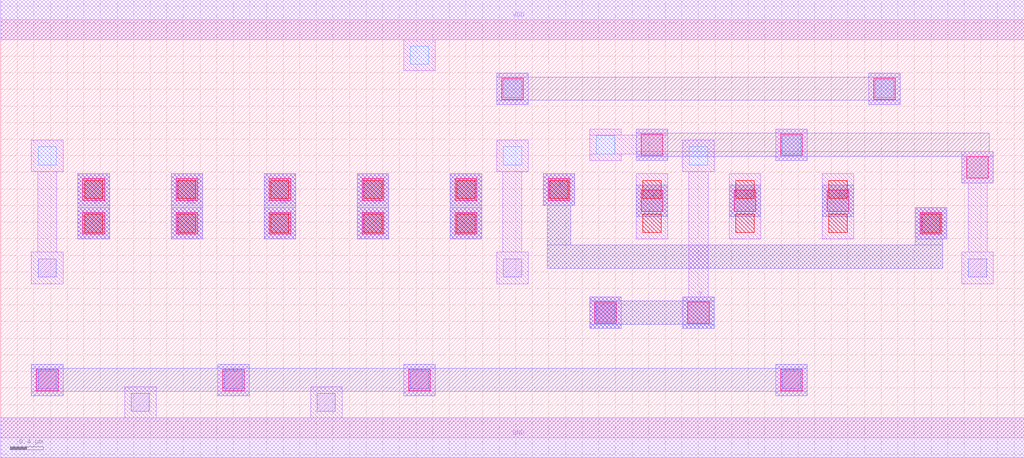
<source format=lef>
MACRO AAOOAI2214
 CLASS CORE ;
 FOREIGN AAOOAI2214 0 0 ;
 SIZE 12.32 BY 5.04 ;
 ORIGIN 0 0 ;
 SYMMETRY X Y R90 ;
 SITE unit ;
  PIN VDD
   DIRECTION INOUT ;
   USE POWER ;
   SHAPE ABUTMENT ;
    PORT
     CLASS CORE ;
       LAYER met1 ;
        RECT 0.00000000 4.80000000 12.32000000 5.28000000 ;
    END
  END VDD

  PIN GND
   DIRECTION INOUT ;
   USE POWER ;
   SHAPE ABUTMENT ;
    PORT
     CLASS CORE ;
       LAYER met1 ;
        RECT 0.00000000 -0.24000000 12.32000000 0.24000000 ;
    END
  END GND

  PIN Y
   DIRECTION INOUT ;
   USE SIGNAL ;
   SHAPE ABUTMENT ;
    PORT
     CLASS CORE ;
       LAYER met2 ;
        RECT 7.09000000 1.31700000 7.47000000 1.36700000 ;
        RECT 8.21000000 1.31700000 8.59000000 1.36700000 ;
        RECT 7.09000000 1.36700000 8.59000000 1.64700000 ;
        RECT 7.09000000 1.64700000 7.47000000 1.69700000 ;
        RECT 8.21000000 1.64700000 8.59000000 1.69700000 ;
    END
  END Y

  PIN A
   DIRECTION INOUT ;
   USE SIGNAL ;
   SHAPE ABUTMENT ;
    PORT
     CLASS CORE ;
       LAYER met2 ;
        RECT 7.65000000 2.66700000 8.03000000 3.04700000 ;
    END
  END A

  PIN D2
   DIRECTION INOUT ;
   USE SIGNAL ;
   SHAPE ABUTMENT ;
    PORT
     CLASS CORE ;
       LAYER met2 ;
        RECT 3.17000000 2.39700000 3.55000000 3.18200000 ;
    END
  END D2

  PIN C
   DIRECTION INOUT ;
   USE SIGNAL ;
   SHAPE ABUTMENT ;
    PORT
     CLASS CORE ;
       LAYER met2 ;
        RECT 5.41000000 2.39700000 5.79000000 3.18200000 ;
    END
  END C

  PIN B1
   DIRECTION INOUT ;
   USE SIGNAL ;
   SHAPE ABUTMENT ;
    PORT
     CLASS CORE ;
       LAYER met2 ;
        RECT 9.89000000 2.66700000 10.27000000 3.04700000 ;
    END
  END B1

  PIN B
   DIRECTION INOUT ;
   USE SIGNAL ;
   SHAPE ABUTMENT ;
    PORT
     CLASS CORE ;
       LAYER met2 ;
        RECT 6.58000000 2.04200000 11.34000000 2.32200000 ;
        RECT 11.01000000 2.32200000 11.34000000 2.39700000 ;
        RECT 11.01000000 2.39700000 11.39000000 2.77700000 ;
        RECT 6.58000000 2.32200000 6.86000000 2.80200000 ;
        RECT 6.53000000 2.80200000 6.91000000 3.18200000 ;
    END
  END B

  PIN D
   DIRECTION INOUT ;
   USE SIGNAL ;
   SHAPE ABUTMENT ;
    PORT
     CLASS CORE ;
       LAYER met2 ;
        RECT 0.93000000 2.39700000 1.31000000 3.18200000 ;
    END
  END D

  PIN D3
   DIRECTION INOUT ;
   USE SIGNAL ;
   SHAPE ABUTMENT ;
    PORT
     CLASS CORE ;
       LAYER met2 ;
        RECT 4.29000000 2.39700000 4.67000000 3.18200000 ;
    END
  END D3

  PIN A1
   DIRECTION INOUT ;
   USE SIGNAL ;
   SHAPE ABUTMENT ;
    PORT
     CLASS CORE ;
       LAYER met2 ;
        RECT 8.77000000 2.66700000 9.15000000 3.04700000 ;
    END
  END A1

  PIN D1
   DIRECTION INOUT ;
   USE SIGNAL ;
   SHAPE ABUTMENT ;
    PORT
     CLASS CORE ;
       LAYER met2 ;
        RECT 2.05000000 2.39700000 2.43000000 3.18200000 ;
    END
  END D1

 OBS
    LAYER polycont ;
     RECT 1.01000000 2.47700000 1.23000000 2.69700000 ;
     RECT 2.13000000 2.47700000 2.35000000 2.69700000 ;
     RECT 3.25000000 2.47700000 3.47000000 2.69700000 ;
     RECT 4.37000000 2.47700000 4.59000000 2.69700000 ;
     RECT 5.49000000 2.47700000 5.71000000 2.69700000 ;
     RECT 7.73000000 2.47700000 7.95000000 2.69700000 ;
     RECT 8.85000000 2.47700000 9.07000000 2.69700000 ;
     RECT 9.97000000 2.47700000 10.19000000 2.69700000 ;
     RECT 11.09000000 2.47700000 11.31000000 2.69700000 ;
     RECT 1.01000000 2.88200000 1.23000000 3.10200000 ;
     RECT 2.13000000 2.88200000 2.35000000 3.10200000 ;
     RECT 3.25000000 2.88200000 3.47000000 3.10200000 ;
     RECT 4.37000000 2.88200000 4.59000000 3.10200000 ;
     RECT 5.49000000 2.88200000 5.71000000 3.10200000 ;
     RECT 6.61000000 2.88200000 6.83000000 3.10200000 ;
     RECT 7.73000000 2.88200000 7.95000000 3.10200000 ;
     RECT 8.85000000 2.88200000 9.07000000 3.10200000 ;
     RECT 9.97000000 2.88200000 10.19000000 3.10200000 ;

    LAYER pdiffc ;
     RECT 0.45000000 3.28700000 0.67000000 3.50700000 ;
     RECT 6.05000000 3.28700000 6.27000000 3.50700000 ;
     RECT 8.29000000 3.28700000 8.51000000 3.50700000 ;
     RECT 7.17000000 3.42200000 7.39000000 3.64200000 ;
     RECT 9.41000000 3.42200000 9.63000000 3.64200000 ;
     RECT 6.05000000 4.09700000 6.27000000 4.31700000 ;
     RECT 10.53000000 4.09700000 10.75000000 4.31700000 ;
     RECT 4.93000000 4.50200000 5.15000000 4.72200000 ;

    LAYER ndiffc ;
     RECT 1.57000000 0.31700000 1.79000000 0.53700000 ;
     RECT 3.81000000 0.31700000 4.03000000 0.53700000 ;
     RECT 0.45000000 0.58700000 0.67000000 0.80700000 ;
     RECT 2.69000000 0.58700000 2.91000000 0.80700000 ;
     RECT 4.93000000 0.58700000 5.15000000 0.80700000 ;
     RECT 9.41000000 0.58700000 9.63000000 0.80700000 ;
     RECT 7.17000000 1.39700000 7.39000000 1.61700000 ;
     RECT 0.45000000 1.93700000 0.67000000 2.15700000 ;
     RECT 6.05000000 1.93700000 6.27000000 2.15700000 ;
     RECT 11.65000000 1.93700000 11.87000000 2.15700000 ;

    LAYER met1 ;
     RECT 0.00000000 -0.24000000 12.32000000 0.24000000 ;
     RECT 1.49000000 0.24000000 1.87000000 0.61700000 ;
     RECT 3.73000000 0.24000000 4.11000000 0.61700000 ;
     RECT 0.37000000 0.50700000 0.75000000 0.88700000 ;
     RECT 2.61000000 0.50700000 2.99000000 0.88700000 ;
     RECT 4.85000000 0.50700000 5.23000000 0.88700000 ;
     RECT 9.33000000 0.50700000 9.71000000 0.88700000 ;
     RECT 7.09000000 1.31700000 7.47000000 1.69700000 ;
     RECT 0.93000000 2.39700000 1.31000000 2.77700000 ;
     RECT 2.05000000 2.39700000 2.43000000 2.77700000 ;
     RECT 3.17000000 2.39700000 3.55000000 2.77700000 ;
     RECT 4.29000000 2.39700000 4.67000000 2.77700000 ;
     RECT 5.41000000 2.39700000 5.79000000 2.77700000 ;
     RECT 11.01000000 2.39700000 11.39000000 2.77700000 ;
     RECT 0.93000000 2.80200000 1.31000000 3.18200000 ;
     RECT 2.05000000 2.80200000 2.43000000 3.18200000 ;
     RECT 3.17000000 2.80200000 3.55000000 3.18200000 ;
     RECT 4.29000000 2.80200000 4.67000000 3.18200000 ;
     RECT 5.41000000 2.80200000 5.79000000 3.18200000 ;
     RECT 6.53000000 2.80200000 6.91000000 3.18200000 ;
     RECT 7.65000000 2.39700000 8.03000000 3.18200000 ;
     RECT 8.77000000 2.39700000 9.15000000 3.18200000 ;
     RECT 9.89000000 2.39700000 10.27000000 3.18200000 ;
     RECT 11.57000000 1.85700000 11.95000000 2.23700000 ;
     RECT 11.64500000 2.23700000 11.87500000 3.07200000 ;
     RECT 11.57000000 3.07200000 11.95000000 3.45200000 ;
     RECT 0.37000000 1.85700000 0.75000000 2.23700000 ;
     RECT 0.44500000 2.23700000 0.67500000 3.20700000 ;
     RECT 0.37000000 3.20700000 0.75000000 3.58700000 ;
     RECT 5.97000000 1.85700000 6.35000000 2.23700000 ;
     RECT 6.04500000 2.23700000 6.27500000 3.20700000 ;
     RECT 5.97000000 3.20700000 6.35000000 3.58700000 ;
     RECT 8.21000000 1.31700000 8.59000000 1.69700000 ;
     RECT 8.28500000 1.69700000 8.51500000 3.20700000 ;
     RECT 8.21000000 3.20700000 8.59000000 3.58700000 ;
     RECT 7.09000000 3.34200000 7.47000000 3.41700000 ;
     RECT 7.65000000 3.34200000 8.03000000 3.41700000 ;
     RECT 7.09000000 3.41700000 8.03000000 3.64700000 ;
     RECT 7.09000000 3.64700000 7.47000000 3.72200000 ;
     RECT 7.65000000 3.64700000 8.03000000 3.72200000 ;
     RECT 9.33000000 3.34200000 9.71000000 3.72200000 ;
     RECT 5.97000000 4.01700000 6.35000000 4.39700000 ;
     RECT 10.45000000 4.01700000 10.83000000 4.39700000 ;
     RECT 4.85000000 4.42200000 5.23000000 4.80000000 ;
     RECT 0.00000000 4.80000000 12.32000000 5.28000000 ;

    LAYER via1 ;
     RECT 0.43000000 0.56700000 0.69000000 0.82700000 ;
     RECT 2.67000000 0.56700000 2.93000000 0.82700000 ;
     RECT 4.91000000 0.56700000 5.17000000 0.82700000 ;
     RECT 9.39000000 0.56700000 9.65000000 0.82700000 ;
     RECT 7.15000000 1.37700000 7.41000000 1.63700000 ;
     RECT 8.27000000 1.37700000 8.53000000 1.63700000 ;
     RECT 0.99000000 2.45700000 1.25000000 2.71700000 ;
     RECT 2.11000000 2.45700000 2.37000000 2.71700000 ;
     RECT 3.23000000 2.45700000 3.49000000 2.71700000 ;
     RECT 4.35000000 2.45700000 4.61000000 2.71700000 ;
     RECT 5.47000000 2.45700000 5.73000000 2.71700000 ;
     RECT 11.07000000 2.45700000 11.33000000 2.71700000 ;
     RECT 7.71000000 2.72700000 7.97000000 2.98700000 ;
     RECT 8.83000000 2.72700000 9.09000000 2.98700000 ;
     RECT 9.95000000 2.72700000 10.21000000 2.98700000 ;
     RECT 0.99000000 2.86200000 1.25000000 3.12200000 ;
     RECT 2.11000000 2.86200000 2.37000000 3.12200000 ;
     RECT 3.23000000 2.86200000 3.49000000 3.12200000 ;
     RECT 4.35000000 2.86200000 4.61000000 3.12200000 ;
     RECT 5.47000000 2.86200000 5.73000000 3.12200000 ;
     RECT 6.59000000 2.86200000 6.85000000 3.12200000 ;
     RECT 11.63000000 3.13200000 11.89000000 3.39200000 ;
     RECT 7.71000000 3.40200000 7.97000000 3.66200000 ;
     RECT 9.39000000 3.40200000 9.65000000 3.66200000 ;
     RECT 6.03000000 4.07700000 6.29000000 4.33700000 ;
     RECT 10.51000000 4.07700000 10.77000000 4.33700000 ;

    LAYER met2 ;
     RECT 0.37000000 0.50700000 0.75000000 0.55700000 ;
     RECT 2.61000000 0.50700000 2.99000000 0.55700000 ;
     RECT 4.85000000 0.50700000 5.23000000 0.55700000 ;
     RECT 9.33000000 0.50700000 9.71000000 0.55700000 ;
     RECT 0.37000000 0.55700000 9.71000000 0.83700000 ;
     RECT 0.37000000 0.83700000 0.75000000 0.88700000 ;
     RECT 2.61000000 0.83700000 2.99000000 0.88700000 ;
     RECT 4.85000000 0.83700000 5.23000000 0.88700000 ;
     RECT 9.33000000 0.83700000 9.71000000 0.88700000 ;
     RECT 7.09000000 1.31700000 7.47000000 1.36700000 ;
     RECT 8.21000000 1.31700000 8.59000000 1.36700000 ;
     RECT 7.09000000 1.36700000 8.59000000 1.64700000 ;
     RECT 7.09000000 1.64700000 7.47000000 1.69700000 ;
     RECT 8.21000000 1.64700000 8.59000000 1.69700000 ;
     RECT 7.65000000 2.66700000 8.03000000 3.04700000 ;
     RECT 8.77000000 2.66700000 9.15000000 3.04700000 ;
     RECT 9.89000000 2.66700000 10.27000000 3.04700000 ;
     RECT 0.93000000 2.39700000 1.31000000 3.18200000 ;
     RECT 2.05000000 2.39700000 2.43000000 3.18200000 ;
     RECT 3.17000000 2.39700000 3.55000000 3.18200000 ;
     RECT 4.29000000 2.39700000 4.67000000 3.18200000 ;
     RECT 5.41000000 2.39700000 5.79000000 3.18200000 ;
     RECT 6.58000000 2.04200000 11.34000000 2.32200000 ;
     RECT 11.01000000 2.32200000 11.34000000 2.39700000 ;
     RECT 11.01000000 2.39700000 11.39000000 2.77700000 ;
     RECT 6.58000000 2.32200000 6.86000000 2.80200000 ;
     RECT 6.53000000 2.80200000 6.91000000 3.18200000 ;
     RECT 7.65000000 3.34200000 8.03000000 3.39200000 ;
     RECT 9.33000000 3.34200000 9.71000000 3.39200000 ;
     RECT 11.57000000 3.07200000 11.95000000 3.39200000 ;
     RECT 7.65000000 3.39200000 11.95000000 3.45200000 ;
     RECT 7.65000000 3.45200000 11.90000000 3.67200000 ;
     RECT 7.65000000 3.67200000 8.03000000 3.72200000 ;
     RECT 9.33000000 3.67200000 9.71000000 3.72200000 ;
     RECT 5.97000000 4.01700000 6.35000000 4.06700000 ;
     RECT 10.45000000 4.01700000 10.83000000 4.06700000 ;
     RECT 5.97000000 4.06700000 10.83000000 4.34700000 ;
     RECT 5.97000000 4.34700000 6.35000000 4.39700000 ;
     RECT 10.45000000 4.34700000 10.83000000 4.39700000 ;

 END
END AAOOAI2214

</source>
